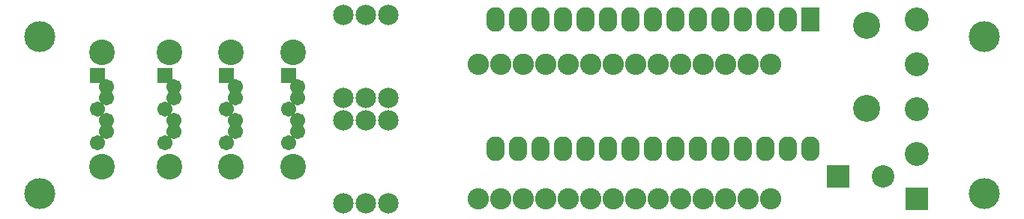
<source format=gts>
G04 #@! TF.FileFunction,Soldermask,Top*
%FSLAX46Y46*%
G04 Gerber Fmt 4.6, Leading zero omitted, Abs format (unit mm)*
G04 Created by KiCad (PCBNEW 4.0.0-rc2-stable) date 23/12/2015 17:02:07*
%MOMM*%
G01*
G04 APERTURE LIST*
%ADD10C,0.150000*%
%ADD11C,3.048000*%
%ADD12R,2.082800X2.794000*%
%ADD13O,2.082800X2.794000*%
%ADD14C,2.408000*%
%ADD15R,2.540000X2.540000*%
%ADD16C,2.540000*%
%ADD17R,2.608580X2.608580*%
%ADD18C,2.707640*%
%ADD19C,2.908000*%
%ADD20R,1.708000X1.708000*%
%ADD21C,1.708000*%
%ADD22C,2.308000*%
%ADD23C,3.508000*%
G04 APERTURE END LIST*
D10*
D11*
X171865000Y-12870000D03*
X171865000Y-22268000D03*
D12*
X165515000Y-12235000D03*
D13*
X162975000Y-12235000D03*
X160435000Y-12235000D03*
X157895000Y-12235000D03*
X155355000Y-12235000D03*
X152815000Y-12235000D03*
X150275000Y-12235000D03*
X147735000Y-12235000D03*
X145195000Y-12235000D03*
X142655000Y-12235000D03*
X140115000Y-12235000D03*
X137575000Y-12235000D03*
X135035000Y-12235000D03*
X132495000Y-12235000D03*
X129955000Y-12235000D03*
X129955000Y-26840000D03*
X132495000Y-26840000D03*
X135035000Y-26840000D03*
X137575000Y-26840000D03*
X140115000Y-26840000D03*
X142655000Y-26840000D03*
X145195000Y-26840000D03*
X147735000Y-26840000D03*
X150275000Y-26840000D03*
X152815000Y-26840000D03*
X155355000Y-26840000D03*
X157895000Y-26840000D03*
X160435000Y-26840000D03*
X162975000Y-26840000D03*
X165515000Y-26840000D03*
D14*
X158530000Y-17315000D03*
X155990000Y-17315000D03*
X153450000Y-17315000D03*
X150910000Y-17315000D03*
X148370000Y-17315000D03*
X145830000Y-17315000D03*
X143290000Y-17315000D03*
X140750000Y-17315000D03*
X138210000Y-17315000D03*
X135670000Y-17315000D03*
X133130000Y-17315000D03*
X130590000Y-17315000D03*
X128050000Y-17315000D03*
X128050000Y-32555000D03*
X130590000Y-32555000D03*
X133130000Y-32555000D03*
X135670000Y-32555000D03*
X138210000Y-32555000D03*
X140750000Y-32555000D03*
X143290000Y-32555000D03*
X145830000Y-32555000D03*
X148370000Y-32555000D03*
X150910000Y-32555000D03*
X153450000Y-32555000D03*
X155990000Y-32555000D03*
X158530000Y-32555000D03*
X161070000Y-32555000D03*
X161070000Y-17315000D03*
D15*
X168690000Y-30015000D03*
D16*
X173770000Y-30015000D03*
D17*
X177580000Y-32555000D03*
D18*
X177580000Y-27475000D03*
X177580000Y-22395000D03*
X177580000Y-17315000D03*
X177580000Y-12235000D03*
D19*
X107095000Y-28875000D03*
D20*
X106595000Y-18585000D03*
D21*
X107595000Y-19855000D03*
X107595000Y-21125000D03*
X106595000Y-22395000D03*
X107595000Y-23665000D03*
X107595000Y-24935000D03*
X106595000Y-26205000D03*
D19*
X107095000Y-15915000D03*
X100110000Y-28875000D03*
D20*
X99610000Y-18585000D03*
D21*
X100610000Y-19855000D03*
X100610000Y-21125000D03*
X99610000Y-22395000D03*
X100610000Y-23665000D03*
X100610000Y-24935000D03*
X99610000Y-26205000D03*
D19*
X100110000Y-15915000D03*
X93125000Y-28875000D03*
D20*
X92625000Y-18585000D03*
D21*
X93625000Y-19855000D03*
X93625000Y-21125000D03*
X92625000Y-22395000D03*
X93625000Y-23665000D03*
X93625000Y-24935000D03*
X92625000Y-26205000D03*
D19*
X93125000Y-15915000D03*
X85505000Y-28875000D03*
D20*
X85005000Y-18585000D03*
D21*
X86005000Y-19855000D03*
X86005000Y-21125000D03*
X85005000Y-22395000D03*
X86005000Y-23665000D03*
X86005000Y-24935000D03*
X85005000Y-26205000D03*
D19*
X85505000Y-15915000D03*
D22*
X112810000Y-21125000D03*
X112810000Y-11727000D03*
X115350000Y-21125000D03*
X115350000Y-11727000D03*
X117890000Y-21125000D03*
X117890000Y-11727000D03*
X112810000Y-23665000D03*
X112810000Y-33063000D03*
X115350000Y-23665000D03*
X115350000Y-33063000D03*
X117890000Y-23665000D03*
X117890000Y-33063000D03*
D23*
X78520000Y-14140000D03*
X78520000Y-31920000D03*
X185200000Y-14140000D03*
X185200000Y-31920000D03*
M02*

</source>
